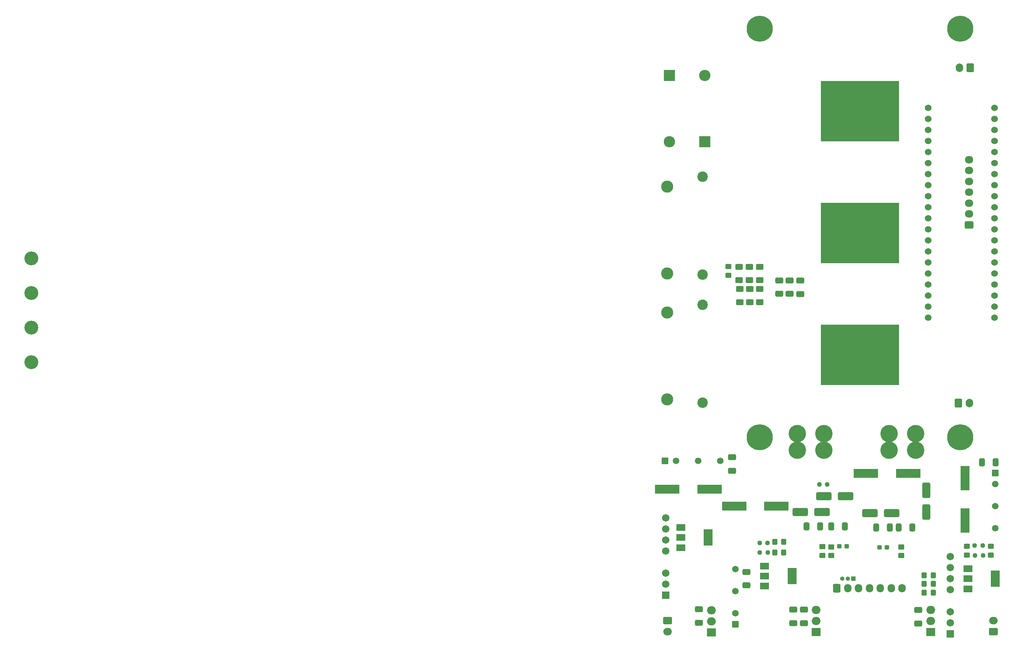
<source format=gbr>
%TF.GenerationSoftware,KiCad,Pcbnew,7.0.9*%
%TF.CreationDate,2024-01-25T19:07:54+05:30*%
%TF.ProjectId,Inverter,496e7665-7274-4657-922e-6b696361645f,rev?*%
%TF.SameCoordinates,Original*%
%TF.FileFunction,Soldermask,Bot*%
%TF.FilePolarity,Negative*%
%FSLAX46Y46*%
G04 Gerber Fmt 4.6, Leading zero omitted, Abs format (unit mm)*
G04 Created by KiCad (PCBNEW 7.0.9) date 2024-01-25 19:07:54*
%MOMM*%
%LPD*%
G01*
G04 APERTURE LIST*
G04 Aperture macros list*
%AMRoundRect*
0 Rectangle with rounded corners*
0 $1 Rounding radius*
0 $2 $3 $4 $5 $6 $7 $8 $9 X,Y pos of 4 corners*
0 Add a 4 corners polygon primitive as box body*
4,1,4,$2,$3,$4,$5,$6,$7,$8,$9,$2,$3,0*
0 Add four circle primitives for the rounded corners*
1,1,$1+$1,$2,$3*
1,1,$1+$1,$4,$5*
1,1,$1+$1,$6,$7*
1,1,$1+$1,$8,$9*
0 Add four rect primitives between the rounded corners*
20,1,$1+$1,$2,$3,$4,$5,0*
20,1,$1+$1,$4,$5,$6,$7,0*
20,1,$1+$1,$6,$7,$8,$9,0*
20,1,$1+$1,$8,$9,$2,$3,0*%
G04 Aperture macros list end*
%ADD10R,2.600000X2.600000*%
%ADD11O,2.600000X2.600000*%
%ADD12C,3.200000*%
%ADD13R,2.000000X1.905000*%
%ADD14O,2.000000X1.905000*%
%ADD15RoundRect,0.102000X0.754000X-0.754000X0.754000X0.754000X-0.754000X0.754000X-0.754000X-0.754000X0*%
%ADD16C,1.712000*%
%ADD17RoundRect,0.250000X-0.600000X-0.725000X0.600000X-0.725000X0.600000X0.725000X-0.600000X0.725000X0*%
%ADD18O,1.700000X1.950000*%
%ADD19C,2.400000*%
%ADD20C,2.800000*%
%ADD21C,1.512000*%
%ADD22RoundRect,0.102000X-0.654000X-0.654000X0.654000X-0.654000X0.654000X0.654000X-0.654000X0.654000X0*%
%ADD23RoundRect,0.250000X0.750000X-0.600000X0.750000X0.600000X-0.750000X0.600000X-0.750000X-0.600000X0*%
%ADD24O,2.000000X1.700000*%
%ADD25RoundRect,0.102000X0.654000X-0.654000X0.654000X0.654000X-0.654000X0.654000X-0.654000X-0.654000X0*%
%ADD26RoundRect,0.250000X-0.600000X-0.750000X0.600000X-0.750000X0.600000X0.750000X-0.600000X0.750000X0*%
%ADD27O,1.700000X2.000000*%
%ADD28RoundRect,0.102000X-0.654000X0.654000X-0.654000X-0.654000X0.654000X-0.654000X0.654000X0.654000X0*%
%ADD29RoundRect,0.250000X0.600000X0.750000X-0.600000X0.750000X-0.600000X-0.750000X0.600000X-0.750000X0*%
%ADD30RoundRect,0.250000X-0.750000X0.600000X-0.750000X-0.600000X0.750000X-0.600000X0.750000X0.600000X0*%
%ADD31C,1.524000*%
%ADD32RoundRect,0.250000X-0.650000X0.412500X-0.650000X-0.412500X0.650000X-0.412500X0.650000X0.412500X0*%
%ADD33RoundRect,0.237500X0.250000X0.237500X-0.250000X0.237500X-0.250000X-0.237500X0.250000X-0.237500X0*%
%ADD34RoundRect,0.250000X0.650000X-0.412500X0.650000X0.412500X-0.650000X0.412500X-0.650000X-0.412500X0*%
%ADD35RoundRect,0.250000X0.725000X-0.600000X0.725000X0.600000X-0.725000X0.600000X-0.725000X-0.600000X0*%
%ADD36O,1.950000X1.700000*%
%ADD37RoundRect,0.250000X0.625000X-0.400000X0.625000X0.400000X-0.625000X0.400000X-0.625000X-0.400000X0*%
%ADD38R,5.700000X2.000000*%
%ADD39RoundRect,0.250000X-0.450000X0.350000X-0.450000X-0.350000X0.450000X-0.350000X0.450000X0.350000X0*%
%ADD40RoundRect,0.250000X0.412500X0.650000X-0.412500X0.650000X-0.412500X-0.650000X0.412500X-0.650000X0*%
%ADD41RoundRect,0.250000X-0.450000X0.325000X-0.450000X-0.325000X0.450000X-0.325000X0.450000X0.325000X0*%
%ADD42RoundRect,0.250000X-0.412500X-0.650000X0.412500X-0.650000X0.412500X0.650000X-0.412500X0.650000X0*%
%ADD43RoundRect,0.237500X-0.250000X-0.237500X0.250000X-0.237500X0.250000X0.237500X-0.250000X0.237500X0*%
%ADD44RoundRect,0.250000X-0.325000X-0.450000X0.325000X-0.450000X0.325000X0.450000X-0.325000X0.450000X0*%
%ADD45RoundRect,0.237500X-0.300000X-0.237500X0.300000X-0.237500X0.300000X0.237500X-0.300000X0.237500X0*%
%ADD46RoundRect,0.250000X1.500000X0.650000X-1.500000X0.650000X-1.500000X-0.650000X1.500000X-0.650000X0*%
%ADD47C,6.000000*%
%ADD48R,18.000000X14.000000*%
%ADD49C,4.000000*%
%ADD50R,1.000000X1.000000*%
%ADD51O,1.000000X1.000000*%
%ADD52RoundRect,0.250000X-0.650000X1.500000X-0.650000X-1.500000X0.650000X-1.500000X0.650000X1.500000X0*%
%ADD53R,2.000000X1.500000*%
%ADD54R,2.000000X3.800000*%
%ADD55RoundRect,0.250000X0.450000X-0.325000X0.450000X0.325000X-0.450000X0.325000X-0.450000X-0.325000X0*%
%ADD56RoundRect,0.250000X0.325000X0.450000X-0.325000X0.450000X-0.325000X-0.450000X0.325000X-0.450000X0*%
%ADD57R,2.000000X5.700000*%
G04 APERTURE END LIST*
D10*
%TO.C,D8*%
X25400000Y-48260000D03*
D11*
X25400000Y-33020000D03*
%TD*%
D12*
%TO.C,H4*%
X-129313800Y-98988200D03*
%TD*%
D13*
%TO.C,U3*%
X50977800Y-161061400D03*
D14*
X50977800Y-158521400D03*
X50977800Y-155981400D03*
%TD*%
D15*
%TO.C,PS1*%
X16365000Y-152595500D03*
D16*
X16365000Y-150055500D03*
X16365000Y-147515500D03*
X16365000Y-142435500D03*
X16365000Y-139895500D03*
X16365000Y-137355500D03*
X16365000Y-134815500D03*
%TD*%
D17*
%TO.C,J2*%
X55706000Y-150977600D03*
D18*
X58206000Y-150977600D03*
X60706000Y-150977600D03*
X63206000Y-150977600D03*
X65706000Y-150977600D03*
X68206000Y-150977600D03*
X70706000Y-150977600D03*
%TD*%
D12*
%TO.C,H3*%
X-129313800Y-91038200D03*
%TD*%
D19*
%TO.C,C25*%
X24892000Y-56314000D03*
X24892000Y-78814000D03*
%TD*%
D20*
%TO.C,R5*%
X16764000Y-58580000D03*
X16764000Y-78580000D03*
%TD*%
D21*
%TO.C,IC3*%
X18796000Y-121666000D03*
X23876000Y-121666000D03*
D22*
X16256000Y-121666000D03*
D21*
X28956000Y-121666000D03*
%TD*%
D23*
%TO.C,J3*%
X91622200Y-160914400D03*
D24*
X91622200Y-158414400D03*
%TD*%
D13*
%TO.C,U2*%
X77266800Y-161074500D03*
D14*
X77266800Y-158534500D03*
X77266800Y-155994500D03*
%TD*%
D20*
%TO.C,R6*%
X16764000Y-87536000D03*
X16764000Y-107536000D03*
%TD*%
D21*
%TO.C,IC2*%
X32411800Y-156688200D03*
X32411800Y-151608200D03*
D25*
X32411800Y-159228200D03*
D21*
X32411800Y-146528200D03*
%TD*%
D13*
%TO.C,U1*%
X26873200Y-161112200D03*
D14*
X26873200Y-158572200D03*
X26873200Y-156032200D03*
%TD*%
D26*
%TO.C,J6*%
X83650000Y-108350000D03*
D27*
X86150000Y-108350000D03*
%TD*%
D21*
%TO.C,IC4*%
X92075000Y-127000000D03*
X92075000Y-132080000D03*
D28*
X92075000Y-124460000D03*
D21*
X92075000Y-137160000D03*
%TD*%
D19*
%TO.C,C24*%
X24892000Y-108278000D03*
X24892000Y-85778000D03*
%TD*%
D12*
%TO.C,H1*%
X-129313800Y-75138200D03*
%TD*%
%TO.C,H2*%
X-129313800Y-83088200D03*
%TD*%
D15*
%TO.C,PS2*%
X81744600Y-161434700D03*
D16*
X81744600Y-158894700D03*
X81744600Y-156354700D03*
X81744600Y-151274700D03*
X81744600Y-148734700D03*
X81744600Y-146194700D03*
X81744600Y-143654700D03*
%TD*%
D29*
%TO.C,J7*%
X86350000Y-31250000D03*
D27*
X83850000Y-31250000D03*
%TD*%
D30*
%TO.C,J1*%
X16835800Y-158414400D03*
D24*
X16835800Y-160914400D03*
%TD*%
D31*
%TO.C,U9*%
X76680000Y-88730000D03*
X91920000Y-45550000D03*
X76680000Y-83650000D03*
X76680000Y-86190000D03*
X91920000Y-40470000D03*
X91920000Y-43010000D03*
X91920000Y-48090000D03*
X91920000Y-78570000D03*
X91920000Y-76030000D03*
X91920000Y-73490000D03*
X91920000Y-70950000D03*
X91920000Y-68410000D03*
X91920000Y-65870000D03*
X91920000Y-63330000D03*
X91920000Y-60790000D03*
X76680000Y-50630000D03*
X76680000Y-53170000D03*
X76680000Y-55710000D03*
X76680000Y-58250000D03*
X76680000Y-60790000D03*
X76680000Y-63330000D03*
X91920000Y-58250000D03*
X91920000Y-55710000D03*
X76680000Y-65870000D03*
X76680000Y-68410000D03*
X76680000Y-70950000D03*
X76680000Y-73490000D03*
X76680000Y-76030000D03*
X76680000Y-78570000D03*
X76680000Y-81110000D03*
X91920000Y-53170000D03*
X91920000Y-50630000D03*
X76680000Y-40470000D03*
X76680000Y-43010000D03*
X76680000Y-45550000D03*
X76680000Y-48090000D03*
X91920000Y-86190000D03*
X91920000Y-83650000D03*
X91920000Y-81110000D03*
X91920000Y-88730000D03*
%TD*%
D10*
%TO.C,D7*%
X17272000Y-33020000D03*
D11*
X17272000Y-48260000D03*
%TD*%
D32*
%TO.C,C11*%
X45720000Y-155917500D03*
X45720000Y-159042500D03*
%TD*%
D33*
%TO.C,R22*%
X39825300Y-142773400D03*
X38000300Y-142773400D03*
%TD*%
D34*
%TO.C,C27*%
X44881800Y-83274300D03*
X44881800Y-80149300D03*
%TD*%
D35*
%TO.C,J5*%
X86100000Y-67400000D03*
D36*
X86100000Y-64900000D03*
X86100000Y-62400000D03*
X86100000Y-59900000D03*
X86100000Y-57400000D03*
X86100000Y-54900000D03*
X86100000Y-52400000D03*
%TD*%
D37*
%TO.C,R13*%
X33375600Y-85217600D03*
X33375600Y-82117600D03*
%TD*%
D38*
%TO.C,C32*%
X72085200Y-124587000D03*
X62385200Y-124587000D03*
%TD*%
D37*
%TO.C,R16*%
X38023800Y-85217600D03*
X38023800Y-82117600D03*
%TD*%
D39*
%TO.C,R10*%
X70485000Y-141468600D03*
X70485000Y-143468600D03*
%TD*%
D40*
%TO.C,C22*%
X67831100Y-136956800D03*
X64706100Y-136956800D03*
%TD*%
D39*
%TO.C,R9*%
X52400200Y-141417800D03*
X52400200Y-143417800D03*
%TD*%
D33*
%TO.C,R25*%
X89253700Y-143417400D03*
X87428700Y-143417400D03*
%TD*%
D32*
%TO.C,C14*%
X34975800Y-147205300D03*
X34975800Y-150330300D03*
%TD*%
D41*
%TO.C,D17*%
X91084400Y-141300200D03*
X91084400Y-143350200D03*
%TD*%
D38*
%TO.C,C30*%
X26464000Y-128219200D03*
X16764000Y-128219200D03*
%TD*%
D34*
%TO.C,C26*%
X47320200Y-83299700D03*
X47320200Y-80174700D03*
%TD*%
D37*
%TO.C,R17*%
X33274000Y-80112200D03*
X33274000Y-77012200D03*
%TD*%
D42*
%TO.C,C19*%
X54444500Y-136779000D03*
X57569500Y-136779000D03*
%TD*%
D43*
%TO.C,R26*%
X87377900Y-141156800D03*
X89202900Y-141156800D03*
%TD*%
D44*
%TO.C,D9*%
X75784600Y-151968200D03*
X77834600Y-151968200D03*
%TD*%
D45*
%TO.C,C34*%
X65482300Y-141528800D03*
X67207300Y-141528800D03*
%TD*%
D43*
%TO.C,R2*%
X51665500Y-127127000D03*
X53490500Y-127127000D03*
%TD*%
D46*
%TO.C,D1*%
X57745000Y-129794000D03*
X52745000Y-129794000D03*
%TD*%
D47*
%TO.C,U7*%
X84010800Y-116249800D03*
X84010800Y-22249800D03*
X38010800Y-116249800D03*
X38010800Y-22249800D03*
D48*
X61010800Y-41249800D03*
X61010800Y-69249800D03*
X61010800Y-97249800D03*
D49*
X73837800Y-119212800D03*
X73837800Y-115402800D03*
X67741800Y-119212800D03*
X67741800Y-115402800D03*
X46659800Y-119212800D03*
X46659800Y-115402800D03*
X52755800Y-119212800D03*
X52755800Y-115402800D03*
%TD*%
D50*
%TO.C,J4*%
X59461400Y-148742400D03*
D51*
X58191400Y-148742400D03*
X56921400Y-148742400D03*
%TD*%
D52*
%TO.C,D4*%
X76250800Y-128447800D03*
X76250800Y-133447800D03*
%TD*%
D37*
%TO.C,R15*%
X35646800Y-80112200D03*
X35646800Y-77012200D03*
%TD*%
D53*
%TO.C,U6*%
X85800800Y-151093200D03*
X85800800Y-148793200D03*
D54*
X92100800Y-148793200D03*
D53*
X85800800Y-146493200D03*
%TD*%
D45*
%TO.C,C35*%
X56236700Y-141351000D03*
X57961700Y-141351000D03*
%TD*%
D40*
%TO.C,C21*%
X73012700Y-136956800D03*
X69887700Y-136956800D03*
%TD*%
D53*
%TO.C,U5*%
X19837000Y-141619000D03*
X19837000Y-139319000D03*
D54*
X26137000Y-139319000D03*
D53*
X19837000Y-137019000D03*
%TD*%
D55*
%TO.C,D16*%
X85572600Y-143324800D03*
X85572600Y-141274800D03*
%TD*%
D37*
%TO.C,R7*%
X35712400Y-85217600D03*
X35712400Y-82117600D03*
%TD*%
D32*
%TO.C,C5*%
X24003000Y-155790500D03*
X24003000Y-158915500D03*
%TD*%
D53*
%TO.C,U8*%
X39115600Y-150458200D03*
X39115600Y-148158200D03*
D54*
X45415600Y-148158200D03*
D53*
X39115600Y-145858200D03*
%TD*%
D32*
%TO.C,C6*%
X74396600Y-155956000D03*
X74396600Y-159081000D03*
%TD*%
D39*
%TO.C,R8*%
X54381400Y-141443200D03*
X54381400Y-143443200D03*
%TD*%
D56*
%TO.C,D12*%
X43519200Y-140335000D03*
X41469200Y-140335000D03*
%TD*%
%TO.C,D13*%
X43519200Y-142773400D03*
X41469200Y-142773400D03*
%TD*%
D32*
%TO.C,C16*%
X31623000Y-120865500D03*
X31623000Y-123990500D03*
%TD*%
D55*
%TO.C,D18*%
X30759400Y-78977600D03*
X30759400Y-76927600D03*
%TD*%
D38*
%TO.C,C31*%
X41807000Y-132080000D03*
X32107000Y-132080000D03*
%TD*%
D37*
%TO.C,R14*%
X37998400Y-80112200D03*
X37998400Y-77012200D03*
%TD*%
D44*
%TO.C,D11*%
X75784600Y-148005800D03*
X77834600Y-148005800D03*
%TD*%
D42*
%TO.C,C17*%
X89013900Y-122021600D03*
X92138900Y-122021600D03*
%TD*%
D57*
%TO.C,C33*%
X85140800Y-125682000D03*
X85140800Y-135382000D03*
%TD*%
D34*
%TO.C,C28*%
X42494200Y-83274300D03*
X42494200Y-80149300D03*
%TD*%
D40*
%TO.C,C18*%
X51854500Y-136779000D03*
X48729500Y-136779000D03*
%TD*%
D46*
%TO.C,D5*%
X68311400Y-133654800D03*
X63311400Y-133654800D03*
%TD*%
D32*
%TO.C,C8*%
X48158400Y-155917500D03*
X48158400Y-159042500D03*
%TD*%
D44*
%TO.C,D10*%
X75784600Y-149987000D03*
X77834600Y-149987000D03*
%TD*%
D33*
%TO.C,R21*%
X39799900Y-140589000D03*
X37974900Y-140589000D03*
%TD*%
D46*
%TO.C,D2*%
X52284000Y-133477000D03*
X47284000Y-133477000D03*
%TD*%
M02*

</source>
